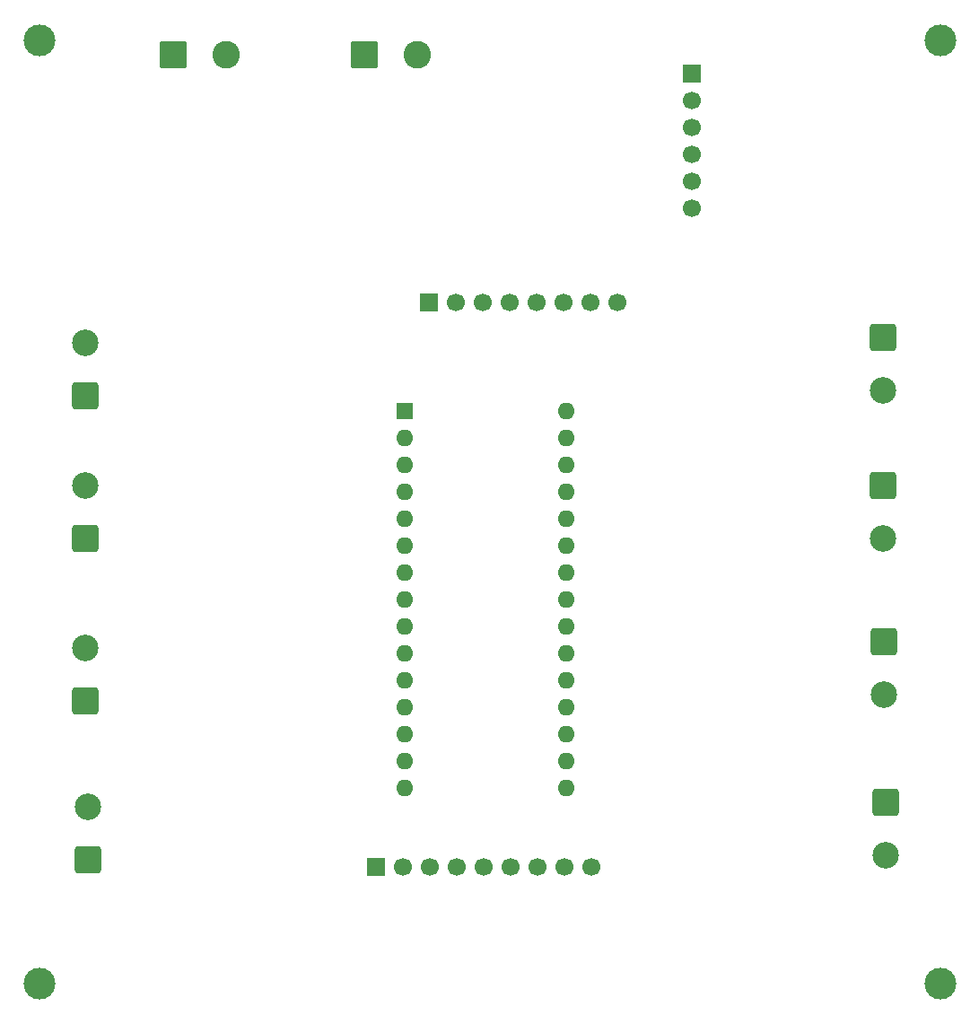
<source format=gbr>
%TF.GenerationSoftware,KiCad,Pcbnew,9.0.6*%
%TF.CreationDate,2026-02-12T10:09:27-05:00*%
%TF.ProjectId,polaris3.1,706f6c61-7269-4733-932e-312e6b696361,rev?*%
%TF.SameCoordinates,Original*%
%TF.FileFunction,Soldermask,Bot*%
%TF.FilePolarity,Negative*%
%FSLAX46Y46*%
G04 Gerber Fmt 4.6, Leading zero omitted, Abs format (unit mm)*
G04 Created by KiCad (PCBNEW 9.0.6) date 2026-02-12 10:09:27*
%MOMM*%
%LPD*%
G01*
G04 APERTURE LIST*
G04 Aperture macros list*
%AMRoundRect*
0 Rectangle with rounded corners*
0 $1 Rounding radius*
0 $2 $3 $4 $5 $6 $7 $8 $9 X,Y pos of 4 corners*
0 Add a 4 corners polygon primitive as box body*
4,1,4,$2,$3,$4,$5,$6,$7,$8,$9,$2,$3,0*
0 Add four circle primitives for the rounded corners*
1,1,$1+$1,$2,$3*
1,1,$1+$1,$4,$5*
1,1,$1+$1,$6,$7*
1,1,$1+$1,$8,$9*
0 Add four rect primitives between the rounded corners*
20,1,$1+$1,$2,$3,$4,$5,0*
20,1,$1+$1,$4,$5,$6,$7,0*
20,1,$1+$1,$6,$7,$8,$9,0*
20,1,$1+$1,$8,$9,$2,$3,0*%
G04 Aperture macros list end*
%ADD10C,3.000000*%
%ADD11RoundRect,0.250000X-1.000000X1.000000X-1.000000X-1.000000X1.000000X-1.000000X1.000000X1.000000X0*%
%ADD12C,2.500000*%
%ADD13RoundRect,0.250000X1.000000X-1.000000X1.000000X1.000000X-1.000000X1.000000X-1.000000X-1.000000X0*%
%ADD14R,1.700000X1.700000*%
%ADD15C,1.700000*%
%ADD16RoundRect,0.250000X-1.050000X-1.050000X1.050000X-1.050000X1.050000X1.050000X-1.050000X1.050000X0*%
%ADD17C,2.600000*%
%ADD18R,1.600000X1.600000*%
%ADD19O,1.600000X1.600000*%
G04 APERTURE END LIST*
D10*
%TO.C,H3*%
X119400000Y-130000000D03*
%TD*%
D11*
%TO.C,J11*%
X199000000Y-69000000D03*
D12*
X199000000Y-74000000D03*
%TD*%
D13*
%TO.C,J4*%
X123750000Y-103300000D03*
D12*
X123750000Y-98300000D03*
%TD*%
D14*
%TO.C,J8*%
X156130000Y-65750000D03*
D15*
X158670000Y-65750000D03*
X161210000Y-65750000D03*
X163750000Y-65750000D03*
X166290000Y-65750000D03*
X168830000Y-65750000D03*
X171370000Y-65750000D03*
X173910000Y-65750000D03*
%TD*%
D11*
%TO.C,J12*%
X199000000Y-83000000D03*
D12*
X199000000Y-88000000D03*
%TD*%
D11*
%TO.C,J6*%
X199082500Y-97750000D03*
D12*
X199082500Y-102750000D03*
%TD*%
D10*
%TO.C,H2*%
X204400000Y-41000000D03*
%TD*%
D16*
%TO.C,J1*%
X150100000Y-42350000D03*
D17*
X155100000Y-42350000D03*
%TD*%
D13*
%TO.C,J3*%
X123750000Y-88000000D03*
D12*
X123750000Y-83000000D03*
%TD*%
D11*
%TO.C,J13*%
X199232500Y-112900000D03*
D12*
X199232500Y-117900000D03*
%TD*%
D16*
%TO.C,J7*%
X132000000Y-42350000D03*
D17*
X137000000Y-42350000D03*
%TD*%
D13*
%TO.C,J2*%
X123750000Y-74500000D03*
D12*
X123750000Y-69500000D03*
%TD*%
D10*
%TO.C,H4*%
X204400000Y-130000000D03*
%TD*%
D14*
%TO.C,IMU1*%
X181000000Y-44100000D03*
D15*
X181000000Y-46640000D03*
X181000000Y-49180000D03*
X181000000Y-51720000D03*
X181000000Y-54260000D03*
X181000000Y-56800000D03*
%TD*%
D13*
%TO.C,J5*%
X124000000Y-118300000D03*
D12*
X124000000Y-113300000D03*
%TD*%
D10*
%TO.C,H1*%
X119400000Y-41000000D03*
%TD*%
D18*
%TO.C,A1*%
X153890000Y-75950000D03*
D19*
X153890000Y-78490000D03*
X153890000Y-81030000D03*
X153890000Y-83570000D03*
X153890000Y-86110000D03*
X153890000Y-88650000D03*
X153890000Y-91190000D03*
X153890000Y-93730000D03*
X153890000Y-96270000D03*
X153890000Y-98810000D03*
X153890000Y-101350000D03*
X153890000Y-103890000D03*
X153890000Y-106430000D03*
X153890000Y-108970000D03*
X153890000Y-111510000D03*
X169130000Y-111510000D03*
X169130000Y-108970000D03*
X169130000Y-106430000D03*
X169130000Y-103890000D03*
X169130000Y-101350000D03*
X169130000Y-98810000D03*
X169130000Y-96270000D03*
X169130000Y-93730000D03*
X169130000Y-91190000D03*
X169130000Y-88650000D03*
X169130000Y-86110000D03*
X169130000Y-83570000D03*
X169130000Y-81030000D03*
X169130000Y-78490000D03*
X169130000Y-75950000D03*
%TD*%
D14*
%TO.C,J10*%
X151170000Y-119000000D03*
D15*
X153710000Y-119000000D03*
X156250000Y-119000000D03*
X158790000Y-119000000D03*
X161330000Y-119000000D03*
X163870000Y-119000000D03*
X166410000Y-119000000D03*
X168950000Y-119000000D03*
X171490000Y-119000000D03*
%TD*%
M02*

</source>
